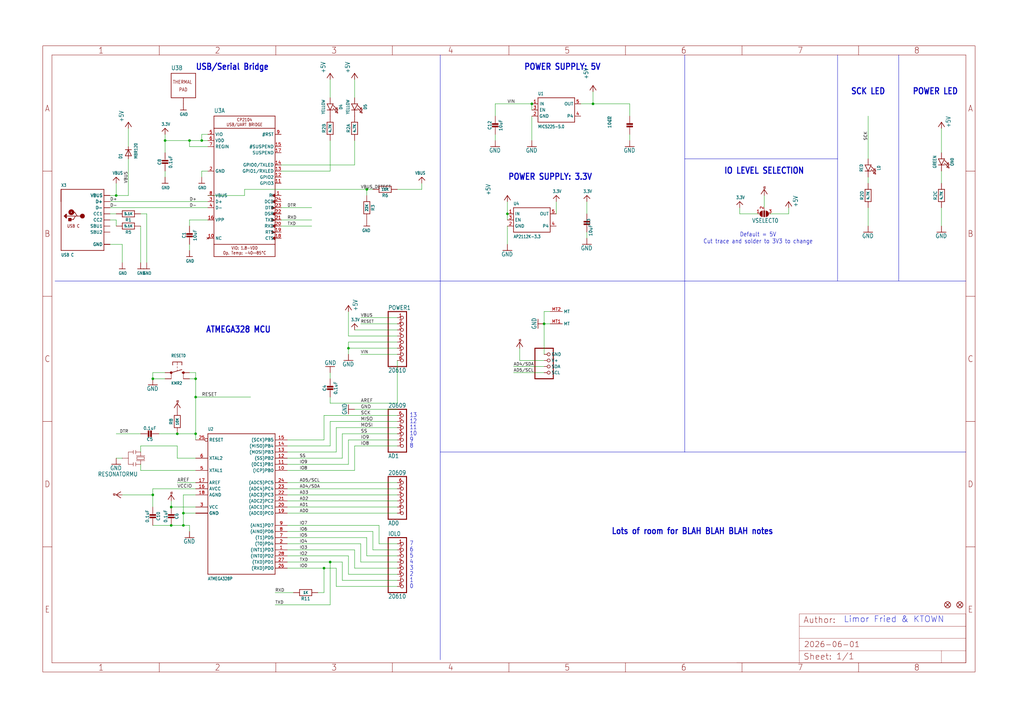
<source format=kicad_sch>
(kicad_sch (version 20230121) (generator eeschema)
  (paper "User" 425.45 298.602)
  (junction (at 144.78 144.78))
  (junction (at 210.82 88.9))
  (junction (at 220.98 43.18))
  (junction (at 81.28 165.1))
  (junction (at 152.4 78.74))
  (junction (at 71.12 218.44))
  (junction (at 76.2 213.36))
  (junction (at 76.2 218.44))
  (junction (at 226.06 134.62))
  (junction (at 78.74 58.42))
  (junction (at 83.82 58.42))
  (junction (at 71.12 210.82))
  (junction (at 81.28 157.48))
  (junction (at 63.5 157.48))
  (junction (at 137.16 233.68))
  (junction (at 73.66 180.34))
  (junction (at 134.62 236.22))
  (junction (at 63.5 205.74))
  (junction (at 81.28 180.34))
  (junction (at 246.38 43.18))
  (junction (at 48.26 81.28))
  (junction (at 68.58 58.42))
  (wire (pts (xy 144.78 142.24) (xy 144.78 144.78)) (stroke (width 0.1524)))
  (wire (pts (xy 205.74 43.18) (xy 205.74 48.26)) (stroke (width 0.1524)))
  (wire (pts (xy 53.34 53.34) (xy 53.34 60.96)) (stroke (width 0.1524)))
  (wire (pts (xy 134.62 172.72) (xy 165.1 172.72)) (stroke (width 0.1524)))
  (wire (pts (xy 81.28 200.66) (xy 73.66 200.66)) (stroke (width 0.1524)))
  (wire (pts (xy 152.4 231.14) (xy 165.1 231.14)) (stroke (width 0.1524)))
  (wire (pts (xy 119.38 182.88) (xy 134.62 182.88)) (stroke (width 0.1524)))
  (wire (pts (xy 165.1 213.36) (xy 119.38 213.36)) (stroke (width 0.1524)))
  (polyline (pts (xy 22.86 116.84) (xy 182.88 116.84)) (stroke (width 0.1524) (type solid)))
  (wire (pts (xy 68.58 58.42) (xy 68.58 55.88)) (stroke (width 0.1524)))
  (wire (pts (xy 63.5 154.94) (xy 63.5 157.48)) (stroke (width 0.1524)))
  (polyline (pts (xy 373.38 22.86) (xy 373.38 116.84)) (stroke (width 0.1524) (type solid)))
  (wire (pts (xy 261.62 43.18) (xy 261.62 48.26)) (stroke (width 0.1524)))
  (wire (pts (xy 165.1 170.18) (xy 147.32 170.18)) (stroke (width 0.1524)))
  (wire (pts (xy 391.16 76.2) (xy 391.16 71.12)) (stroke (width 0.1524)))
  (wire (pts (xy 165.1 177.8) (xy 139.7 177.8)) (stroke (width 0.1524)))
  (wire (pts (xy 149.86 233.68) (xy 149.86 226.06)) (stroke (width 0.1524)))
  (wire (pts (xy 81.28 205.74) (xy 76.2 205.74)) (stroke (width 0.1524)))
  (wire (pts (xy 137.16 185.42) (xy 119.38 185.42)) (stroke (width 0.1524)))
  (wire (pts (xy 152.4 223.52) (xy 152.4 231.14)) (stroke (width 0.1524)))
  (polyline (pts (xy 284.48 22.86) (xy 284.48 66.04)) (stroke (width 0.1524) (type solid)))
  (wire (pts (xy 317.5 81.28) (xy 317.5 86.36)) (stroke (width 0.1524)))
  (wire (pts (xy 63.5 205.74) (xy 63.5 203.2)) (stroke (width 0.1524)))
  (wire (pts (xy 48.26 81.28) (xy 48.26 76.2)) (stroke (width 0.1524)))
  (wire (pts (xy 53.34 66.04) (xy 53.34 81.28)) (stroke (width 0.1524)))
  (wire (pts (xy 45.72 81.28) (xy 48.26 81.28)) (stroke (width 0.1524)))
  (wire (pts (xy 139.7 243.84) (xy 139.7 236.22)) (stroke (width 0.1524)))
  (wire (pts (xy 119.38 228.6) (xy 147.32 228.6)) (stroke (width 0.1524)))
  (wire (pts (xy 45.72 83.82) (xy 86.36 83.82)) (stroke (width 0.1524)))
  (wire (pts (xy 76.2 218.44) (xy 71.12 218.44)) (stroke (width 0.1524)))
  (wire (pts (xy 119.38 223.52) (xy 152.4 223.52)) (stroke (width 0.1524)))
  (wire (pts (xy 327.66 86.36) (xy 327.66 88.9)) (stroke (width 0.1524)))
  (wire (pts (xy 307.34 86.36) (xy 307.34 88.9)) (stroke (width 0.1524)))
  (wire (pts (xy 81.28 157.48) (xy 81.28 165.1)) (stroke (width 0.1524)))
  (wire (pts (xy 86.36 58.42) (xy 83.82 58.42)) (stroke (width 0.1524)))
  (wire (pts (xy 165.1 132.08) (xy 149.86 132.08)) (stroke (width 0.1524)))
  (polyline (pts (xy 284.48 116.84) (xy 347.98 116.84)) (stroke (width 0.1524) (type solid)))
  (wire (pts (xy 144.78 231.14) (xy 119.38 231.14)) (stroke (width 0.1524)))
  (wire (pts (xy 149.86 147.32) (xy 165.1 147.32)) (stroke (width 0.1524)))
  (wire (pts (xy 78.74 157.48) (xy 81.28 157.48)) (stroke (width 0.1524)))
  (wire (pts (xy 165.1 228.6) (xy 154.94 228.6)) (stroke (width 0.1524)))
  (wire (pts (xy 53.34 81.28) (xy 48.26 81.28)) (stroke (width 0.1524)))
  (wire (pts (xy 83.82 58.42) (xy 78.74 58.42)) (stroke (width 0.1524)))
  (wire (pts (xy 50.8 190.5) (xy 48.26 190.5)) (stroke (width 0.1524)))
  (wire (pts (xy 142.24 241.3) (xy 165.1 241.3)) (stroke (width 0.1524)))
  (wire (pts (xy 165.1 144.78) (xy 144.78 144.78)) (stroke (width 0.1524)))
  (wire (pts (xy 226.06 149.86) (xy 215.9 149.86)) (stroke (width 0.1524)))
  (wire (pts (xy 81.28 203.2) (xy 63.5 203.2)) (stroke (width 0.1524)))
  (wire (pts (xy 78.74 60.96) (xy 78.74 58.42)) (stroke (width 0.1524)))
  (wire (pts (xy 116.84 68.58) (xy 147.32 68.58)) (stroke (width 0.1524)))
  (wire (pts (xy 68.58 157.48) (xy 63.5 157.48)) (stroke (width 0.1524)))
  (wire (pts (xy 205.74 43.18) (xy 220.98 43.18)) (stroke (width 0.1524)))
  (wire (pts (xy 137.16 251.46) (xy 137.16 233.68)) (stroke (width 0.1524)))
  (wire (pts (xy 81.28 154.94) (xy 81.28 157.48)) (stroke (width 0.1524)))
  (wire (pts (xy 139.7 177.8) (xy 139.7 187.96)) (stroke (width 0.1524)))
  (wire (pts (xy 205.74 55.88) (xy 205.74 58.42)) (stroke (width 0.1524)))
  (wire (pts (xy 45.72 91.44) (xy 48.26 91.44)) (stroke (width 0.1524)))
  (wire (pts (xy 78.74 101.6) (xy 78.74 104.14)) (stroke (width 0.1524)))
  (wire (pts (xy 142.24 233.68) (xy 142.24 241.3)) (stroke (width 0.1524)))
  (wire (pts (xy 58.42 93.98) (xy 58.42 109.22)) (stroke (width 0.1524)))
  (wire (pts (xy 360.68 66.04) (xy 360.68 48.26)) (stroke (width 0.1524)))
  (polyline (pts (xy 182.88 116.84) (xy 182.88 22.86)) (stroke (width 0.1524) (type solid)))
  (wire (pts (xy 165.1 167.64) (xy 165.1 149.86)) (stroke (width 0.1524)))
  (wire (pts (xy 129.54 93.98) (xy 116.84 93.98)) (stroke (width 0.1524)))
  (wire (pts (xy 137.16 58.42) (xy 137.16 71.12)) (stroke (width 0.1524)))
  (wire (pts (xy 119.38 233.68) (xy 137.16 233.68)) (stroke (width 0.1524)))
  (wire (pts (xy 327.66 88.9) (xy 320.04 88.9)) (stroke (width 0.1524)))
  (wire (pts (xy 50.8 109.22) (xy 50.8 101.6)) (stroke (width 0.1524)))
  (wire (pts (xy 147.32 40.64) (xy 147.32 33.02)) (stroke (width 0.1524)))
  (wire (pts (xy 165.1 208.28) (xy 119.38 208.28)) (stroke (width 0.1524)))
  (wire (pts (xy 246.38 43.18) (xy 261.62 43.18)) (stroke (width 0.1524)))
  (wire (pts (xy 147.32 195.58) (xy 147.32 185.42)) (stroke (width 0.1524)))
  (wire (pts (xy 360.68 76.2) (xy 360.68 73.66)) (stroke (width 0.1524)))
  (wire (pts (xy 81.28 195.58) (xy 58.42 195.58)) (stroke (width 0.1524)))
  (wire (pts (xy 58.42 88.9) (xy 60.96 88.9)) (stroke (width 0.1524)))
  (wire (pts (xy 83.82 55.88) (xy 83.82 58.42)) (stroke (width 0.1524)))
  (wire (pts (xy 210.82 88.9) (xy 210.82 83.82)) (stroke (width 0.1524)))
  (wire (pts (xy 78.74 91.44) (xy 78.74 93.98)) (stroke (width 0.1524)))
  (wire (pts (xy 78.74 218.44) (xy 78.74 220.98)) (stroke (width 0.1524)))
  (wire (pts (xy 157.48 218.44) (xy 157.48 226.06)) (stroke (width 0.1524)))
  (wire (pts (xy 246.38 38.1) (xy 246.38 43.18)) (stroke (width 0.1524)))
  (wire (pts (xy 73.66 180.34) (xy 81.28 180.34)) (stroke (width 0.1524)))
  (polyline (pts (xy 347.98 22.86) (xy 347.98 66.04)) (stroke (width 0.1524) (type solid)))
  (wire (pts (xy 68.58 58.42) (xy 68.58 63.5)) (stroke (width 0.1524)))
  (wire (pts (xy 81.28 210.82) (xy 71.12 210.82)) (stroke (width 0.1524)))
  (wire (pts (xy 66.04 180.34) (xy 73.66 180.34)) (stroke (width 0.1524)))
  (wire (pts (xy 86.36 81.28) (xy 101.6 81.28)) (stroke (width 0.1524)))
  (wire (pts (xy 134.62 246.38) (xy 134.62 236.22)) (stroke (width 0.1524)))
  (wire (pts (xy 45.72 86.36) (xy 86.36 86.36)) (stroke (width 0.1524)))
  (wire (pts (xy 137.16 157.48) (xy 137.16 154.94)) (stroke (width 0.1524)))
  (polyline (pts (xy 182.88 187.96) (xy 182.88 116.84)) (stroke (width 0.1524) (type solid)))
  (wire (pts (xy 307.34 88.9) (xy 314.96 88.9)) (stroke (width 0.1524)))
  (wire (pts (xy 68.58 154.94) (xy 63.5 154.94)) (stroke (width 0.1524)))
  (wire (pts (xy 165.1 137.16) (xy 147.32 137.16)) (stroke (width 0.1524)))
  (wire (pts (xy 116.84 71.12) (xy 137.16 71.12)) (stroke (width 0.1524)))
  (polyline (pts (xy 401.32 187.96) (xy 284.48 187.96)) (stroke (width 0.1524) (type solid)))
  (wire (pts (xy 144.78 129.54) (xy 144.78 139.7)) (stroke (width 0.1524)))
  (wire (pts (xy 114.3 251.46) (xy 137.16 251.46)) (stroke (width 0.1524)))
  (polyline (pts (xy 284.48 116.84) (xy 284.48 187.96)) (stroke (width 0.1524) (type solid)))
  (wire (pts (xy 147.32 185.42) (xy 165.1 185.42)) (stroke (width 0.1524)))
  (wire (pts (xy 101.6 78.74) (xy 152.4 78.74)) (stroke (width 0.1524)))
  (wire (pts (xy 226.06 152.4) (xy 213.36 152.4)) (stroke (width 0.1524)))
  (wire (pts (xy 134.62 236.22) (xy 119.38 236.22)) (stroke (width 0.1524)))
  (wire (pts (xy 71.12 218.44) (xy 63.5 218.44)) (stroke (width 0.1524)))
  (wire (pts (xy 157.48 226.06) (xy 165.1 226.06)) (stroke (width 0.1524)))
  (polyline (pts (xy 373.38 116.84) (xy 401.32 116.84)) (stroke (width 0.1524) (type solid)))
  (wire (pts (xy 210.82 101.6) (xy 210.82 93.98)) (stroke (width 0.1524)))
  (wire (pts (xy 165.1 182.88) (xy 144.78 182.88)) (stroke (width 0.1524)))
  (wire (pts (xy 165.1 238.76) (xy 144.78 238.76)) (stroke (width 0.1524)))
  (wire (pts (xy 134.62 246.38) (xy 132.08 246.38)) (stroke (width 0.1524)))
  (wire (pts (xy 228.6 129.54) (xy 226.06 129.54)) (stroke (width 0.1524)))
  (wire (pts (xy 78.74 154.94) (xy 81.28 154.94)) (stroke (width 0.1524)))
  (wire (pts (xy 165.1 167.64) (xy 137.16 167.64)) (stroke (width 0.1524)))
  (wire (pts (xy 81.28 182.88) (xy 81.28 180.34)) (stroke (width 0.1524)))
  (polyline (pts (xy 284.48 66.04) (xy 347.98 66.04)) (stroke (width 0.1524) (type solid)))
  (wire (pts (xy 144.78 193.04) (xy 119.38 193.04)) (stroke (width 0.1524)))
  (wire (pts (xy 165.1 233.68) (xy 149.86 233.68)) (stroke (width 0.1524)))
  (wire (pts (xy 165.1 139.7) (xy 144.78 139.7)) (stroke (width 0.1524)))
  (wire (pts (xy 76.2 218.44) (xy 76.2 213.36)) (stroke (width 0.1524)))
  (wire (pts (xy 119.38 190.5) (xy 142.24 190.5)) (stroke (width 0.1524)))
  (wire (pts (xy 210.82 91.44) (xy 210.82 88.9)) (stroke (width 0.1524)))
  (wire (pts (xy 48.26 180.34) (xy 58.42 180.34)) (stroke (width 0.1524)))
  (polyline (pts (xy 182.88 274.32) (xy 182.88 187.96)) (stroke (width 0.1524) (type solid)))
  (wire (pts (xy 119.38 218.44) (xy 157.48 218.44)) (stroke (width 0.1524)))
  (wire (pts (xy 48.26 91.44) (xy 48.26 93.98)) (stroke (width 0.1524)))
  (wire (pts (xy 154.94 228.6) (xy 154.94 220.98)) (stroke (width 0.1524)))
  (wire (pts (xy 165.1 78.74) (xy 175.26 78.74)) (stroke (width 0.1524)))
  (wire (pts (xy 241.3 43.18) (xy 246.38 43.18)) (stroke (width 0.1524)))
  (wire (pts (xy 86.36 55.88) (xy 83.82 55.88)) (stroke (width 0.1524)))
  (wire (pts (xy 134.62 182.88) (xy 134.62 172.72)) (stroke (width 0.1524)))
  (wire (pts (xy 243.84 96.52) (xy 243.84 99.06)) (stroke (width 0.1524)))
  (wire (pts (xy 137.16 33.02) (xy 137.16 40.64)) (stroke (width 0.1524)))
  (wire (pts (xy 73.66 185.42) (xy 73.66 190.5)) (stroke (width 0.1524)))
  (polyline (pts (xy 347.98 66.04) (xy 347.98 116.84)) (stroke (width 0.1524) (type solid)))
  (wire (pts (xy 226.06 147.32) (xy 226.06 134.62)) (stroke (width 0.1524)))
  (wire (pts (xy 165.1 142.24) (xy 144.78 142.24)) (stroke (width 0.1524)))
  (wire (pts (xy 152.4 78.74) (xy 152.4 81.28)) (stroke (width 0.1524)))
  (wire (pts (xy 243.84 83.82) (xy 243.84 88.9)) (stroke (width 0.1524)))
  (wire (pts (xy 60.96 88.9) (xy 60.96 109.22)) (stroke (width 0.1524)))
  (wire (pts (xy 220.98 48.26) (xy 220.98 58.42)) (stroke (width 0.1524)))
  (wire (pts (xy 76.2 205.74) (xy 76.2 213.36)) (stroke (width 0.1524)))
  (wire (pts (xy 147.32 68.58) (xy 147.32 58.42)) (stroke (width 0.1524)))
  (wire (pts (xy 83.82 71.12) (xy 83.82 73.66)) (stroke (width 0.1524)))
  (wire (pts (xy 147.32 236.22) (xy 165.1 236.22)) (stroke (width 0.1524)))
  (wire (pts (xy 114.3 246.38) (xy 121.92 246.38)) (stroke (width 0.1524)))
  (wire (pts (xy 137.16 185.42) (xy 137.16 175.26)) (stroke (width 0.1524)))
  (wire (pts (xy 142.24 180.34) (xy 165.1 180.34)) (stroke (width 0.1524)))
  (wire (pts (xy 119.38 210.82) (xy 165.1 210.82)) (stroke (width 0.1524)))
  (wire (pts (xy 220.98 45.72) (xy 220.98 43.18)) (stroke (width 0.1524)))
  (wire (pts (xy 116.84 86.36) (xy 129.54 86.36)) (stroke (width 0.1524)))
  (wire (pts (xy 226.06 129.54) (xy 226.06 134.62)) (stroke (width 0.1524)))
  (wire (pts (xy 119.38 200.66) (xy 165.1 200.66)) (stroke (width 0.1524)))
  (wire (pts (xy 231.14 83.82) (xy 231.14 88.9)) (stroke (width 0.1524)))
  (wire (pts (xy 142.24 190.5) (xy 142.24 180.34)) (stroke (width 0.1524)))
  (wire (pts (xy 58.42 195.58) (xy 58.42 193.04)) (stroke (width 0.1524)))
  (wire (pts (xy 226.06 134.62) (xy 228.6 134.62)) (stroke (width 0.1524)))
  (wire (pts (xy 86.36 91.44) (xy 78.74 91.44)) (stroke (width 0.1524)))
  (polyline (pts (xy 284.48 187.96) (xy 182.88 187.96)) (stroke (width 0.1524) (type solid)))
  (wire (pts (xy 165.1 203.2) (xy 119.38 203.2)) (stroke (width 0.1524)))
  (polyline (pts (xy 284.48 66.04) (xy 284.48 116.84)) (stroke (width 0.1524) (type solid)))
  (wire (pts (xy 137.16 175.26) (xy 165.1 175.26)) (stroke (width 0.1524)))
  (wire (pts (xy 175.26 78.74) (xy 175.26 76.2)) (stroke (width 0.1524)))
  (wire (pts (xy 63.5 210.82) (xy 63.5 205.74)) (stroke (width 0.1524)))
  (wire (pts (xy 391.16 86.36) (xy 391.16 93.98)) (stroke (width 0.1524)))
  (wire (pts (xy 116.84 91.44) (xy 129.54 91.44)) (stroke (width 0.1524)))
  (wire (pts (xy 119.38 205.74) (xy 165.1 205.74)) (stroke (width 0.1524)))
  (wire (pts (xy 226.06 154.94) (xy 213.36 154.94)) (stroke (width 0.1524)))
  (wire (pts (xy 78.74 58.42) (xy 68.58 58.42)) (stroke (width 0.1524)))
  (wire (pts (xy 144.78 238.76) (xy 144.78 231.14)) (stroke (width 0.1524)))
  (wire (pts (xy 68.58 71.12) (xy 68.58 73.66)) (stroke (width 0.1524)))
  (wire (pts (xy 149.86 226.06) (xy 119.38 226.06)) (stroke (width 0.1524)))
  (wire (pts (xy 76.2 213.36) (xy 81.28 213.36)) (stroke (width 0.1524)))
  (wire (pts (xy 261.62 55.88) (xy 261.62 58.42)) (stroke (width 0.1524)))
  (wire (pts (xy 152.4 78.74) (xy 154.94 78.74)) (stroke (width 0.1524)))
  (wire (pts (xy 81.28 180.34) (xy 81.28 165.1)) (stroke (width 0.1524)))
  (wire (pts (xy 58.42 187.96) (xy 58.42 185.42)) (stroke (width 0.1524)))
  (polyline (pts (xy 284.48 116.84) (xy 182.88 116.84)) (stroke (width 0.1524) (type solid)))
  (polyline (pts (xy 347.98 116.84) (xy 373.38 116.84)) (stroke (width 0.1524) (type solid)))
  (wire (pts (xy 139.7 236.22) (xy 134.62 236.22)) (stroke (width 0.1524)))
  (wire (pts (xy 119.38 195.58) (xy 147.32 195.58)) (stroke (width 0.1524)))
  (wire (pts (xy 71.12 210.82) (xy 71.12 208.28)) (stroke (width 0.1524)))
  (wire (pts (xy 139.7 187.96) (xy 119.38 187.96)) (stroke (width 0.1524)))
  (wire (pts (xy 45.72 88.9) (xy 48.26 88.9)) (stroke (width 0.1524)))
  (wire (pts (xy 58.42 185.42) (xy 73.66 185.42)) (stroke (width 0.1524)))
  (wire (pts (xy 144.78 182.88) (xy 144.78 193.04)) (stroke (width 0.1524)))
  (wire (pts (xy 73.66 190.5) (xy 81.28 190.5)) (stroke (width 0.1524)))
  (wire (pts (xy 86.36 60.96) (xy 78.74 60.96)) (stroke (width 0.1524)))
  (wire (pts (xy 215.9 149.86) (xy 215.9 144.78)) (stroke (width 0.1524)))
  (wire (pts (xy 147.32 228.6) (xy 147.32 236.22)) (stroke (width 0.1524)))
  (wire (pts (xy 154.94 220.98) (xy 119.38 220.98)) (stroke (width 0.1524)))
  (wire (pts (xy 165.1 243.84) (xy 139.7 243.84)) (stroke (width 0.1524)))
  (wire (pts (xy 86.36 71.12) (xy 83.82 71.12)) (stroke (width 0.1524)))
  (wire (pts (xy 101.6 81.28) (xy 101.6 78.74)) (stroke (width 0.1524)))
  (wire (pts (xy 144.78 144.78) (xy 144.78 147.32)) (stroke (width 0.1524)))
  (wire (pts (xy 149.86 134.62) (xy 165.1 134.62)) (stroke (width 0.1524)))
  (wire (pts (xy 104.14 165.1) (xy 81.28 165.1)) (stroke (width 0.1524)))
  (wire (pts (xy 50.8 205.74) (xy 63.5 205.74)) (stroke (width 0.1524)))
  (wire (pts (xy 137.16 165.1) (xy 137.16 167.64)) (stroke (width 0.1524)))
  (wire (pts (xy 391.16 53.34) (xy 391.16 63.5)) (stroke (width 0.1524)))
  (wire (pts (xy 76.2 218.44) (xy 78.74 218.44)) (stroke (width 0.1524)))
  (wire (pts (xy 360.68 93.98) (xy 360.68 86.36)) (stroke (width 0.1524)))
  (wire (pts (xy 137.16 233.68) (xy 142.24 233.68)) (stroke (width 0.1524)))
  (wire (pts (xy 50.8 101.6) (xy 45.72 101.6)) (stroke (width 0.1524)))
  (text "13" (at 170.18 172.72 0) (effects (font (size 1.778 1.5113)) (justify left)))
  (text "11" (at 170.18 177.8 0) (effects (font (size 1.778 1.5113)) (justify left)))
  (text "ATMEGA328 MCU" (at 99.06 137.16 0) (effects (font (size 2.54 2.159) (thickness 0.4318) bold)))
  (text "USB/Serial Bridge" (at 96.52 27.94 0) (effects (font (size 2.54 2.159) (thickness 0.4318) bold)))
  (text "Limor Fried & KTOWN" (at 350.52 259.08 0) (effects (font (size 2.54 2.54)) (justify left bottom)))
  (text "2" (at 170.18 238.76 0) (effects (font (size 1.778 1.5113)) (justify left)))
  (text "POWER LED" (at 388.62 38.1 0) (effects (font (size 2.54 2.159) (thickness 0.4318) bold)))
  (text "IO LEVEL SELECTION" (at 317.5 71.12 0) (effects (font (size 2.54 2.159) (thickness 0.4318) bold)))
  (text "Lots of room for BLAH BLAH BLAH notes" (at 254 220.98 0) (effects (font (size 2.54 2.159) (thickness 0.4318) bold) (justify left)))
  (text "7" (at 170.18 226.06 0) (effects (font (size 1.778 1.5113)) (justify left)))
  (text "8" (at 170.18 185.42 0) (effects (font (size 1.778 1.5113)) (justify left)))
  (text "10" (at 170.18 180.34 0) (effects (font (size 1.778 1.5113)) (justify left)))
  (text "6" (at 170.18 228.6 0) (effects (font (size 1.778 1.5113)) (justify left)))
  (text "12" (at 170.18 175.26 0) (effects (font (size 1.778 1.5113)) (justify left)))
  (text "4" (at 170.18 233.68 0) (effects (font (size 1.778 1.5113)) (justify left)))
  (text "9" (at 170.18 182.88 0) (effects (font (size 1.778 1.5113)) (justify left)))
  (text "SCK LED" (at 360.68 38.1 0) (effects (font (size 2.54 2.159) (thickness 0.4318) bold)))
  (text "1" (at 170.18 241.3 0) (effects (font (size 1.778 1.5113)) (justify left)))
  (text "3" (at 170.18 236.22 0) (effects (font (size 1.778 1.5113)) (justify left)))
  (text "POWER SUPPLY: 5V" (at 233.68 27.94 0) (effects (font (size 2.54 2.159) (thickness 0.4318) bold)))
  (text "0" (at 170.18 243.84 0) (effects (font (size 1.778 1.5113)) (justify left)))
  (text "5" (at 170.18 231.14 0) (effects (font (size 1.778 1.5113)) (justify left)))
  (text "POWER SUPPLY: 3.3V" (at 228.6 73.66 0) (effects (font (size 2.54 2.159) (thickness 0.4318) bold)))
  (text "Default = 5V\nCut trace and solder to 3V3 to change" (at 314.96 99.06 0) (effects (font (size 1.778 1.5113))))
  (label "AD3" (at 124.46 205.74 0) (effects (font (size 1.2446 1.2446))))
  (label "IO3" (at 124.46 228.6 0) (effects (font (size 1.2446 1.2446))))
  (label "DTR" (at 119.38 86.36 0) (effects (font (size 1.2446 1.2446))))
  (label "SS" (at 149.86 180.34 0) (effects (font (size 1.3513 1.3513))))
  (label "TXD" (at 114.3 251.46 0) (effects (font (size 1.2446 1.2446))))
  (label "VBUS" (at 53.34 76.2 90) (effects (font (size 1.2446 1.2446))))
  (label "MOSI" (at 149.86 177.8 0) (effects (font (size 1.3513 1.3513))))
  (label "TXD" (at 124.46 233.68 0) (effects (font (size 1.2446 1.2446))))
  (label "RESET" (at 149.86 134.62 0) (effects (font (size 1.1735 1.1735))))
  (label "GND" (at 149.86 170.18 0) (effects (font (size 1.3513 1.3513))))
  (label "IO4" (at 124.46 226.06 0) (effects (font (size 1.2446 1.2446))))
  (label "AD5/SCL" (at 124.46 200.66 0) (effects (font (size 1.2446 1.2446))))
  (label "IO8" (at 124.46 195.58 0) (effects (font (size 1.2446 1.2446))))
  (label "AD1" (at 124.46 210.82 0) (effects (font (size 1.2446 1.2446))))
  (label "D-" (at 45.72 86.36 0) (effects (font (size 1.2446 1.2446))))
  (label "IO9" (at 149.86 182.88 0) (effects (font (size 1.3513 1.3513))))
  (label "VIN" (at 210.82 43.18 0) (effects (font (size 1.2446 1.2446))))
  (label "RXD" (at 114.3 246.38 0) (effects (font (size 1.2446 1.2446))))
  (label "MISO" (at 149.86 175.26 0) (effects (font (size 1.3513 1.3513))))
  (label "AD4/SDA" (at 213.36 152.4 0) (effects (font (size 1.2446 1.2446))))
  (label "AD5/SCL" (at 213.36 154.94 0) (effects (font (size 1.2446 1.2446))))
  (label "AD2" (at 124.46 208.28 0) (effects (font (size 1.2446 1.2446))))
  (label "AD4/SDA" (at 124.46 203.2 0) (effects (font (size 1.2446 1.2446))))
  (label "D+" (at 78.74 83.82 0) (effects (font (size 1.2446 1.2446))))
  (label "IO5" (at 124.46 223.52 0) (effects (font (size 1.2446 1.2446))))
  (label "IO2" (at 124.46 231.14 0) (effects (font (size 1.2446 1.2446))))
  (label "D+" (at 45.72 83.82 0) (effects (font (size 1.2446 1.2446))))
  (label "VBUS_DETECT" (at 149.86 78.74 0) (effects (font (size 1.2446 1.2446))))
  (label "SCK" (at 149.86 172.72 0) (effects (font (size 1.3513 1.3513))))
  (label "VIN" (at 149.86 147.32 0) (effects (font (size 1.2446 1.2446))))
  (label "D-" (at 78.74 86.36 0) (effects (font (size 1.2446 1.2446))))
  (label "SS" (at 124.46 190.5 0) (effects (font (size 1.2446 1.2446))))
  (label "VCCIO" (at 73.66 203.2 0) (effects (font (size 1.3513 1.3513))))
  (label "RESET" (at 83.82 165.1 0) (effects (font (size 1.3513 1.3513))))
  (label "IO8" (at 149.86 185.42 0) (effects (font (size 1.3513 1.3513))))
  (label "IO9" (at 124.46 193.04 0) (effects (font (size 1.2446 1.2446))))
  (label "DTR" (at 53.34 180.34 180) (effects (font (size 1.2446 1.2446))))
  (label "IO0" (at 124.46 236.22 0) (effects (font (size 1.2446 1.2446))))
  (label "AD0" (at 124.46 213.36 0) (effects (font (size 1.2446 1.2446))))
  (label "IO7" (at 124.46 218.44 0) (effects (font (size 1.2446 1.2446))))
  (label "AREF" (at 73.66 200.66 0) (effects (font (size 1.3513 1.3513))))
  (label "RXD" (at 119.38 91.44 0) (effects (font (size 1.2446 1.2446))))
  (label "IO6" (at 124.46 220.98 0) (effects (font (size 1.2446 1.2446))))
  (label "SCK" (at 360.68 58.42 90) (effects (font (size 1.2446 1.2446))))
  (label "AREF" (at 149.86 167.64 0) (effects (font (size 1.3513 1.3513))))
  (label "VBUS" (at 149.86 132.08 0) (effects (font (size 1.2446 1.2446))))
  (label "TXD" (at 119.38 93.98 0) (effects (font (size 1.2446 1.2446))))
  (symbol (lib_id "working-eagle-import:3.3V") (at 243.84 81.28 0) (unit 1)
    (property "Reference" "#U$2" (effects hide))
    (property "Value" "3.3V" (at 242.316 80.264 0) (effects (font (size 1.27 1.0795)) (justify left bottom)))
  )
  (symbol (lib_id "working-eagle-import:LED0603_NOOUTLINE") (at 137.16 45.72 270) (unit 1)
    (property "Reference" "D4" (at 141.605 44.45 0) (effects (font (size 1.27 1.0795))))
    (property "Value" "YELLOW" (at 134.366 44.45 0) (effects (font (size 1.27 1.0795))))
    (property "Footprint" "working:CHIPLED_0603_NOOUTLINE" (effects hide))
  )
  (symbol (lib_id "working-eagle-import:USB_C") (at 35.56 91.44 0) (unit 1)
    (property "Reference" "X3" (at 25.4 77.724 0) (effects (font (size 1.27 1.0795)) (justify left bottom)))
    (property "Value" "USB C" (at 25.4 106.68 0) (effects (font (size 1.27 1.0795)) (justify left bottom)))
    (property "Footprint" "working:USB_C_CUSB31-CFM2AX-01-X" (effects hide))
  )
  (symbol (lib_id "working-eagle-import:GND") (at 63.5 160.02 0) (unit 1)
    (property "Reference" "#GND12" (effects hide))
    (property "Value" "GND" (at 60.96 162.56 0) (effects (font (size 1.778 1.5113)) (justify left bottom)))
  )
  (symbol (lib_id "working-eagle-import:RESISTOR_0603_NOOUT") (at 127 246.38 180) (unit 1)
    (property "Reference" "R11" (at 127 248.92 0))
    (property "Value" "1K" (at 127 246.38 0) (effects (font (size 1.016 1.016) bold)))
    (property "Footprint" "working:0603-NO" (effects hide))
  )
  (symbol (lib_id "working-eagle-import:GND") (at 220.98 60.96 0) (unit 1)
    (property "Reference" "#GND11" (effects hide))
    (property "Value" "GND" (at 218.44 63.5 0) (effects (font (size 1.778 1.5113)) (justify left bottom)))
  )
  (symbol (lib_id "working-eagle-import:GND") (at 210.82 104.14 0) (unit 1)
    (property "Reference" "#GND1" (effects hide))
    (property "Value" "GND" (at 208.28 106.68 0) (effects (font (size 1.778 1.5113)) (justify left bottom)))
  )
  (symbol (lib_id "working-eagle-import:FIDUCIAL_1MM") (at 398.78 251.46 0) (unit 1)
    (property "Reference" "FD2" (effects hide))
    (property "Value" "FIDUCIAL_1MM" (effects hide))
    (property "Footprint" "working:FIDUCIAL_1MM" (effects hide))
  )
  (symbol (lib_id "working-eagle-import:+5V") (at 246.38 35.56 0) (unit 1)
    (property "Reference" "#P+14" (effects hide))
    (property "Value" "+5V" (at 244.475 33.02 90) (effects (font (size 1.778 1.5113)) (justify left bottom)))
  )
  (symbol (lib_id "working-eagle-import:microbuilder_GND") (at 152.4 93.98 0) (mirror y) (unit 1)
    (property "Reference" "#U$11" (effects hide))
    (property "Value" "GND" (at 153.924 96.52 0) (effects (font (size 1.27 1.0795)) (justify left bottom)))
  )
  (symbol (lib_id "working-eagle-import:FIDUCIAL_1MM") (at 393.7 251.46 0) (unit 1)
    (property "Reference" "FD1" (effects hide))
    (property "Value" "FIDUCIAL_1MM" (effects hide))
    (property "Footprint" "working:FIDUCIAL_1MM" (effects hide))
  )
  (symbol (lib_id "working-eagle-import:CAP_CERAMIC0603_NO") (at 71.12 213.36 180) (unit 1)
    (property "Reference" "C6" (at 73.41 214.61 90))
    (property "Value" "0.1uF" (at 68.82 214.61 90))
    (property "Footprint" "working:0603-NO" (effects hide))
  )
  (symbol (lib_id "working-eagle-import:RESONATORMU") (at 58.42 190.5 0) (unit 1)
    (property "Reference" "Y2" (effects hide))
    (property "Value" "RESONATORMU" (at 40.64 198.12 0) (effects (font (size 1.778 1.5113)) (justify left bottom)))
    (property "Footprint" "working:RESONATOR" (effects hide))
  )
  (symbol (lib_id "working-eagle-import:microbuilder_GND") (at 58.42 111.76 0) (unit 1)
    (property "Reference" "#U$13" (effects hide))
    (property "Value" "GND" (at 56.896 114.3 0) (effects (font (size 1.27 1.0795)) (justify left bottom)))
  )
  (symbol (lib_id "working-eagle-import:STEMMA_I2C_QT") (at 228.6 129.54 0) (unit 3)
    (property "Reference" "CONN1" (effects hide))
    (property "Value" "STEMMA_I2C_QT" (effects hide))
    (property "Footprint" "working:JST_SH4" (effects hide))
  )
  (symbol (lib_id "working-eagle-import:3.3V") (at 68.58 53.34 0) (unit 1)
    (property "Reference" "#U$1" (effects hide))
    (property "Value" "3.3V" (at 67.056 52.324 0) (effects (font (size 1.27 1.0795)) (justify left bottom)))
  )
  (symbol (lib_id "working-eagle-import:+5V") (at 391.16 50.8 0) (unit 1)
    (property "Reference" "#P+5" (effects hide))
    (property "Value" "+5V" (at 393.065 48.26 90) (effects (font (size 1.778 1.5113)) (justify right top)))
  )
  (symbol (lib_id "working-eagle-import:RESISTOR_0603_NOOUT") (at 152.4 86.36 270) (mirror x) (unit 1)
    (property "Reference" "R3" (at 154.94 86.36 0))
    (property "Value" "22K" (at 152.4 86.36 0) (effects (font (size 1.016 1.016) bold)))
    (property "Footprint" "working:0603-NO" (effects hide))
  )
  (symbol (lib_id "working-eagle-import:LED0603_NOOUTLINE") (at 147.32 45.72 270) (unit 1)
    (property "Reference" "D5" (at 151.765 44.45 0) (effects (font (size 1.27 1.0795))))
    (property "Value" "YELLOW" (at 144.526 44.45 0) (effects (font (size 1.27 1.0795))))
    (property "Footprint" "working:CHIPLED_0603_NOOUTLINE" (effects hide))
  )
  (symbol (lib_id "working-eagle-import:RESISTOR_0603_NOOUT") (at 160.02 78.74 0) (mirror x) (unit 1)
    (property "Reference" "R6" (at 160.02 81.28 0))
    (property "Value" "10K" (at 160.02 78.74 0) (effects (font (size 1.016 1.016) bold)))
    (property "Footprint" "working:0603-NO" (effects hide))
  )
  (symbol (lib_id "working-eagle-import:microbuilder_GND") (at 78.74 106.68 0) (unit 1)
    (property "Reference" "#U$16" (effects hide))
    (property "Value" "GND" (at 77.216 109.22 0) (effects (font (size 1.27 1.0795)) (justify left bottom)))
  )
  (symbol (lib_id "working-eagle-import:CAP_CERAMIC0603_NO") (at 137.16 162.56 0) (unit 1)
    (property "Reference" "C4" (at 134.87 161.31 90))
    (property "Value" "0.1uF" (at 139.46 161.31 90))
    (property "Footprint" "working:0603-NO" (effects hide))
  )
  (symbol (lib_id "working-eagle-import:CAP_CERAMIC0603_NO") (at 63.5 180.34 90) (unit 1)
    (property "Reference" "C5" (at 62.25 182.63 90))
    (property "Value" "0.1uF" (at 62.25 178.04 90))
    (property "Footprint" "working:0603-NO" (effects hide))
  )
  (symbol (lib_id "working-eagle-import:adafruit_power_VBUS") (at 48.26 73.66 0) (unit 1)
    (property "Reference" "#U$28" (effects hide))
    (property "Value" "VBUS" (at 46.736 72.644 0) (effects (font (size 1.27 1.0795)) (justify left bottom)))
  )
  (symbol (lib_id "working-eagle-import:VCCIO") (at 73.66 167.64 0) (unit 1)
    (property "Reference" "#VCC2" (effects hide))
    (property "Value" "VCCIO" (effects hide))
  )
  (symbol (lib_id "working-eagle-import:GND") (at 48.26 193.04 0) (unit 1)
    (property "Reference" "#GND3" (effects hide))
    (property "Value" "GND" (at 45.72 195.58 0) (effects (font (size 1.778 1.5113)) (justify left bottom)))
  )
  (symbol (lib_id "working-eagle-import:RESISTOR_4PACK") (at 391.16 81.28 90) (unit 3)
    (property "Reference" "R2" (at 388.62 81.28 0))
    (property "Value" "4.7K" (at 391.16 81.28 0) (effects (font (size 1.016 1.016) bold)))
    (property "Footprint" "working:RESPACK_4X0603" (effects hide))
  )
  (symbol (lib_id "working-eagle-import:RESISTOR_0603_NOOUT") (at 53.34 93.98 180) (unit 1)
    (property "Reference" "R5" (at 53.34 96.52 0))
    (property "Value" "5.1K" (at 53.34 93.98 0) (effects (font (size 1.016 1.016) bold)))
    (property "Footprint" "working:0603-NO" (effects hide))
  )
  (symbol (lib_id "working-eagle-import:A3L-LOC-MOD") (at 17.78 279.4 0) (unit 1)
    (property "Reference" "#FRAME1" (effects hide))
    (property "Value" "A3L-LOC-MOD" (effects hide))
  )
  (symbol (lib_id "working-eagle-import:GND") (at 144.78 170.18 270) (unit 1)
    (property "Reference" "#GND6" (effects hide))
    (property "Value" "GND" (at 142.24 167.64 0) (effects (font (size 1.778 1.5113)) (justify left bottom)))
  )
  (symbol (lib_id "working-eagle-import:GND") (at 144.78 149.86 0) (unit 1)
    (property "Reference" "#GND5" (effects hide))
    (property "Value" "GND" (at 142.24 152.4 0) (effects (font (size 1.778 1.5113)) (justify left bottom)))
  )
  (symbol (lib_id "working-eagle-import:CAP_CERAMIC0805-NOOUTLINE") (at 205.74 53.34 0) (unit 1)
    (property "Reference" "C12" (at 203.45 52.09 90))
    (property "Value" "10uF" (at 208.04 52.09 90))
    (property "Footprint" "working:0805-NO" (effects hide))
  )
  (symbol (lib_id "working-eagle-import:STEMMA_I2C_QT") (at 226.06 152.4 0) (unit 1)
    (property "Reference" "CONN1" (effects hide))
    (property "Value" "STEMMA_I2C_QT" (effects hide))
    (property "Footprint" "working:JST_SH4" (effects hide))
  )
  (symbol (lib_id "working-eagle-import:GND") (at 137.16 152.4 180) (unit 1)
    (property "Reference" "#GND13" (effects hide))
    (property "Value" "GND" (at 139.7 149.86 0) (effects (font (size 1.778 1.5113)) (justify left bottom)))
  )
  (symbol (lib_id "working-eagle-import:+5V") (at 210.82 81.28 0) (unit 1)
    (property "Reference" "#P+3" (effects hide))
    (property "Value" "+5V" (at 203.835 81.28 90) (effects (font (size 1.778 1.5113)) (justify left bottom)))
  )
  (symbol (lib_id "working-eagle-import:RESISTOR_0603_NOOUT") (at 73.66 175.26 90) (unit 1)
    (property "Reference" "R8" (at 71.12 175.26 0))
    (property "Value" "10K" (at 73.66 175.26 0) (effects (font (size 1.016 1.016) bold)))
    (property "Footprint" "working:0603-NO" (effects hide))
  )
  (symbol (lib_id "working-eagle-import:CP2104") (at 101.6 76.2 0) (unit 1)
    (property "Reference" "U3" (at 88.9 46.99 0) (effects (font (size 1.778 1.5113)) (justify left bottom)))
    (property "Value" "CP210x" (effects hide))
    (property "Footprint" "working:QFN24_4MM_SMSC" (effects hide))
  )
  (symbol (lib_id "working-eagle-import:CAP_CERAMIC0603_NO") (at 63.5 213.36 180) (unit 1)
    (property "Reference" "C10" (at 65.79 214.61 90))
    (property "Value" "0.1uF" (at 61.2 214.61 90))
    (property "Footprint" "working:0603-NO" (effects hide))
  )
  (symbol (lib_id "working-eagle-import:CAP_CERAMIC0805-NOOUTLINE") (at 243.84 91.44 0) (mirror x) (unit 1)
    (property "Reference" "C3" (at 245.237 90.805 90) (effects (justify left bottom)))
    (property "Value" "10uF" (at 246.126 93.345 90) (effects (justify left bottom)))
    (property "Footprint" "working:0805-NO" (effects hide))
  )
  (symbol (lib_id "working-eagle-import:microbuilder_GND") (at 83.82 76.2 0) (unit 1)
    (property "Reference" "#U$15" (effects hide))
    (property "Value" "GND" (at 82.296 78.74 0) (effects (font (size 1.27 1.0795)) (justify left bottom)))
  )
  (symbol (lib_id "working-eagle-import:VREG_SOT23-5") (at 220.98 91.44 0) (unit 1)
    (property "Reference" "U4" (at 213.36 85.344 0) (effects (font (size 1.27 1.0795)) (justify left bottom)))
    (property "Value" "AP2112K-3.3" (at 213.36 99.06 0) (effects (font (size 1.27 1.0795)) (justify left bottom)))
    (property "Footprint" "working:SOT23-5" (effects hide))
  )
  (symbol (lib_id "working-eagle-import:RESISTOR_0603_NOOUT") (at 53.34 88.9 180) (unit 1)
    (property "Reference" "R1" (at 53.34 91.44 0))
    (property "Value" "5.1K" (at 53.34 88.9 0) (effects (font (size 1.016 1.016) bold)))
    (property "Footprint" "working:0603-NO" (effects hide))
  )
  (symbol (lib_id "working-eagle-import:LED0603_NOOUTLINE") (at 360.68 71.12 270) (unit 1)
    (property "Reference" "L0" (at 365.125 69.85 0) (effects (font (size 1.27 1.0795))))
    (property "Value" "RED" (at 357.886 69.85 0) (effects (font (size 1.27 1.0795))))
    (property "Footprint" "working:CHIPLED_0603_NOOUTLINE" (effects hide))
  )
  (symbol (lib_id "working-eagle-import:HEADER-1X6ROUND") (at 167.64 177.8 0) (mirror x) (unit 1)
    (property "Reference" "AD1" (at 161.29 188.595 0) (effects (font (size 1.778 1.5113)) (justify left bottom)))
    (property "Value" "20609" (at 161.29 167.64 0) (effects (font (size 1.778 1.5113)) (justify left bottom)))
    (property "Footprint" "working:1X06_ROUND" (effects hide))
  )
  (symbol (lib_id "working-eagle-import:GND") (at 391.16 96.52 0) (unit 1)
    (property "Reference" "#GND14" (effects hide))
    (property "Value" "GND" (at 388.62 99.06 0) (effects (font (size 1.778 1.5113)) (justify left bottom)))
  )
  (symbol (lib_id "working-eagle-import:VBUS") (at 175.26 73.66 0) (mirror y) (unit 1)
    (property "Reference" "#U$25" (effects hide))
    (property "Value" "VBUS" (at 176.784 72.644 0) (effects (font (size 1.27 1.0795)) (justify left bottom)))
  )
  (symbol (lib_id "working-eagle-import:3.3V") (at 231.14 81.28 0) (unit 1)
    (property "Reference" "#U$3" (effects hide))
    (property "Value" "3.3V" (at 229.616 80.264 0) (effects (font (size 1.27 1.0795)) (justify left bottom)))
  )
  (symbol (lib_id "working-eagle-import:GND") (at 360.68 96.52 0) (unit 1)
    (property "Reference" "#GND17" (effects hide))
    (property "Value" "GND" (at 358.14 99.06 0) (effects (font (size 1.778 1.5113)) (justify left bottom)))
  )
  (symbol (lib_id "working-eagle-import:+5V") (at 137.16 30.48 0) (unit 1)
    (property "Reference" "#P+7" (effects hide))
    (property "Value" "+5V" (at 135.255 30.48 90) (effects (font (size 1.778 1.5113)) (justify left bottom)))
  )
  (symbol (lib_id "working-eagle-import:CAP_CERAMIC0805-NOOUTLINE") (at 261.62 50.8 180) (unit 1)
    (property "Reference" "C2" (at 254 50.8 90) (effects (justify right top)))
    (property "Value" "10uF" (at 254 53.34 90) (effects (justify right top)))
    (property "Footprint" "working:0805-NO" (effects hide))
  )
  (symbol (lib_id "working-eagle-import:VCCIO") (at 48.26 205.74 90) (unit 1)
    (property "Reference" "#VCC1" (effects hide))
    (property "Value" "VCCIO" (effects hide))
  )
  (symbol (lib_id "working-eagle-import:CAP_CERAMIC0805-NOOUTLINE") (at 78.74 99.06 0) (unit 1)
    (property "Reference" "C1" (at 76.45 97.81 90))
    (property "Value" "10uF" (at 81.04 97.81 90))
    (property "Footprint" "working:0805-NO" (effects hide))
  )
  (symbol (lib_id "working-eagle-import:CP2104") (at 76.2 35.56 0) (unit 2)
    (property "Reference" "U3" (at 71.12 29.21 0) (effects (font (size 1.778 1.5113)) (justify left bottom)))
    (property "Value" "CP210x" (effects hide))
    (property "Footprint" "working:QFN24_4MM_SMSC" (effects hide))
  )
  (symbol (lib_id "working-eagle-import:microbuilder_GND") (at 50.8 111.76 0) (unit 1)
    (property "Reference" "#U$23" (effects hide))
    (property "Value" "GND" (at 49.276 114.3 0) (effects (font (size 1.27 1.0795)) (justify left bottom)))
  )
  (symbol (lib_id "working-eagle-import:SWITCH_TACT_SMT4.6X2.8") (at 73.66 154.94 0) (unit 1)
    (property "Reference" "RESET0" (at 71.12 148.59 0) (effects (font (size 1.27 1.0795)) (justify left bottom)))
    (property "Value" "KMR2" (at 71.12 160.02 0) (effects (font (size 1.27 1.0795)) (justify left bottom)))
    (property "Footprint" "working:BTN_KMR2_4.6X2.8" (effects hide))
  )
  (symbol (lib_id "working-eagle-import:GND") (at 243.84 101.6 0) (unit 1)
    (property "Reference" "#GND21" (effects hide))
    (property "Value" "GND" (at 241.3 104.14 0) (effects (font (size 1.778 1.5113)) (justify left bottom)))
  )
  (symbol (lib_id "working-eagle-import:VCCIO") (at 317.5 78.74 0) (unit 1)
    (property "Reference" "#VCC5" (effects hide))
    (property "Value" "VCCIO" (effects hide))
  )
  (symbol (lib_id "working-eagle-import:GND") (at 78.74 223.52 0) (unit 1)
    (property "Reference" "#GND2" (effects hide))
    (property "Value" "GND" (at 76.2 226.06 0) (effects (font (size 1.778 1.5113)) (justify left bottom)))
  )
  (symbol (lib_id "working-eagle-import:VCCIO") (at 215.9 142.24 0) (unit 1)
    (property "Reference" "#VCC3" (effects hide))
    (property "Value" "VCCIO" (effects hide))
  )
  (symbol (lib_id "working-eagle-import:RESISTOR_4PACK") (at 137.16 53.34 90) (unit 2)
    (property "Reference" "R2" (at 134.62 53.34 0))
    (property "Value" "4.7K" (at 137.16 53.34 0) (effects (font (size 1.016 1.016) bold)))
    (property "Footprint" "working:RESPACK_4X0603" (effects hide))
  )
  (symbol (lib_id "working-eagle-import:HEADER-1X8ROUND") (at 167.64 236.22 0) (unit 1)
    (property "Reference" "IOL0" (at 161.29 222.885 0) (effects (font (size 1.778 1.5113)) (justify left bottom)))
    (property "Value" "20610" (at 161.29 248.92 0) (effects (font (size 1.778 1.5113)) (justify left bottom)))
    (property "Footprint" "working:1X08_ROUND" (effects hide))
  )
  (symbol (lib_id "working-eagle-import:CAP_CERAMIC0603_NO") (at 68.58 68.58 0) (unit 1)
    (property "Reference" "C8" (at 66.29 67.33 90))
    (property "Value" "0.1uF" (at 70.88 67.33 90))
    (property "Footprint" "working:0603-NO" (effects hide))
  )
  (symbol (lib_id "working-eagle-import:RESISTOR_4PACK") (at 147.32 53.34 90) (unit 1)
    (property "Reference" "R2" (at 144.78 53.34 0))
    (property "Value" "4.7K" (at 147.32 53.34 0) (effects (font (size 1.016 1.016) bold)))
    (property "Footprint" "working:RESPACK_4X0603" (effects hide))
  )
  (symbol (lib_id "working-eagle-import:HEADER-1X6ROUND") (at 167.64 205.74 0) (mirror x) (unit 1)
    (property "Reference" "AD0" (at 161.29 216.535 0) (effects (font (size 1.778 1.5113)) (justify left bottom)))
    (property "Value" "20609" (at 161.29 195.58 0) (effects (font (size 1.778 1.5113)) (justify left bottom)))
    (property "Footprint" "working:1X06_ROUND" (effects hide))
  )
  (symbol (lib_id "working-eagle-import:microbuilder_GND") (at 68.58 76.2 0) (unit 1)
    (property "Reference" "#U$19" (effects hide))
    (property "Value" "GND" (at 67.056 78.74 0) (effects (font (size 1.27 1.0795)) (justify left bottom)))
  )
  (symbol (lib_id "working-eagle-import:RESISTOR_4PACK") (at 360.68 81.28 90) (unit 4)
    (property "Reference" "R2" (at 358.14 81.28 0))
    (property "Value" "4.7K" (at 360.68 81.28 0) (effects (font (size 1.016 1.016) bold)))
    (property "Footprint" "working:RESPACK_4X0603" (effects hide))
  )
  (symbol (lib_id "working-eagle-import:VCCIO") (at 71.12 205.74 0) (unit 1)
    (property "Reference" "#VCC4" (effects hide))
    (property "Value" "VCCIO" (effects hide))
  )
  (symbol (lib_id "working-eagle-import:HEADER-1X870MIL") (at 167.64 142.24 0) (unit 1)
    (property "Reference" "POWER1" (at 161.29 128.905 0) (effects (font (size 1.778 1.5113)) (justify left bottom)))
    (property "Value" "20610" (at 161.29 154.94 0) (effects (font (size 1.778 1.5113)) (justify left bottom)))
    (property "Footprint" "working:1X08_ROUND_70" (effects hide))
  )
  (symbol (lib_id "working-eagle-import:GND") (at 223.52 134.62 270) (unit 1)
    (property "Reference" "#GND4" (effects hide))
    (property "Value" "GND" (at 220.98 132.08 0) (effects (font (size 1.778 1.5113)) (justify left bottom)))
  )
  (symbol (lib_id "working-eagle-import:ATMEGA328P-MM") (at 101.6 208.28 0) (unit 1)
    (property "Reference" "U2" (at 86.36 179.07 0) (effects (font (size 1.27 1.0795)) (justify left bottom)))
    (property "Value" "ATMEGA328P" (at 86.36 241.3 0) (effects (font (size 1.27 1.0795)) (justify left bottom)))
    (property "Footprint" "working:QFN28_4MM_.45MM" (effects hide))
  )
  (symbol (lib_id "working-eagle-import:VREG_SOT23-5") (at 231.14 45.72 0) (unit 1)
    (property "Reference" "U1" (at 223.52 39.624 0) (effects (font (size 1.27 1.0795)) (justify left bottom)))
    (property "Value" "MIC5225-5.0" (at 223.52 53.34 0) (effects (font (size 1.27 1.0795)) (justify left bottom)))
    (property "Footprint" "working:SOT23-5" (effects hide))
  )
  (symbol (lib_id "working-eagle-import:+5V") (at 327.66 83.82 0) (unit 1)
    (property "Reference" "#P+1" (effects hide))
    (property "Value" "+5V" (at 329.565 81.28 90) (effects (font (size 1.778 1.5113)) (justify right top)))
  )
  (symbol (lib_id "working-eagle-import:microbuilder_GND") (at 76.2 45.72 0) (unit 1)
    (property "Reference" "#U$26" (effects hide))
    (property "Value" "GND" (at 74.676 48.26 0) (effects (font (size 1.27 1.0795)) (justify left bottom)))
  )
  (symbol (lib_id "working-eagle-import:SOLDERJUMPER_2WAY") (at 317.5 88.9 0) (unit 1)
    (property "Reference" "VSELECT0" (at 312.42 92.71 0) (effects (font (size 1.778 1.5113)) (justify left bottom)))
    (property "Value" "SOLDERJUMPER_2WAY" (effects hide))
    (property "Footprint" "working:SOLDERJUMPER_2WAY_OPEN_NOPASTE" (effects hide))
  )
  (symbol (lib_id "working-eagle-import:3.3V") (at 147.32 134.62 0) (unit 1)
    (property "Reference" "#U$8" (effects hide))
    (property "Value" "3.3V" (at 145.796 133.604 0) (effects (font (size 1.27 1.0795)) (justify left bottom)))
  )
  (symbol (lib_id "working-eagle-import:+5V") (at 147.32 30.48 0) (unit 1)
    (property "Reference" "#P+8" (effects hide))
    (property "Value" "+5V" (at 145.415 30.48 90) (effects (font (size 1.778 1.5113)) (justify left bottom)))
  )
  (symbol (lib_id "working-eagle-import:DIODE_MINISOD123") (at 53.34 63.5 90) (unit 1)
    (property "Reference" "D1" (at 50.8 66.04 0) (effects (font (size 1.27 1.0795)) (justify left bottom)))
    (property "Value" "MBR120" (at 57.15 66.04 0) (effects (font (size 1.27 1.0795)) (justify left bottom)))
    (property "Footprint" "working:SOD-123FL" (effects hide))
  )
  (symbol (lib_id "working-eagle-import:microbuilder_GND") (at 60.96 111.76 0) (unit 1)
    (property "Reference" "#U$17" (effects hide))
    (property "Value" "GND" (at 59.436 114.3 0) (effects (font (size 1.27 1.0795)) (justify left bottom)))
  )
  (symbol (lib_id "working-eagle-import:LED0603_NOOUTLINE") (at 391.16 68.58 270) (unit 1)
    (property "Reference" "ON0" (at 395.605 67.31 0) (effects (font (size 1.27 1.0795))))
    (property "Value" "GREEN" (at 388.366 67.31 0) (effects (font (size 1.27 1.0795))))
    (property "Footprint" "working:CHIPLED_0603_NOOUTLINE" (effects hide))
  )
  (symbol (lib_id "working-eagle-import:+5V") (at 53.34 50.8 0) (unit 1)
    (property "Reference" "#P+2" (effects hide))
    (property "Value" "+5V" (at 51.435 50.8 90) (effects (font (size 1.778 1.5113)) (justify left bottom)))
  )
  (symbol (lib_id "working-eagle-import:GND") (at 261.62 60.96 0) (unit 1)
    (property "Reference" "#GND7" (effects hide))
    (property "Value" "GND" (at 259.08 63.5 0) (effects (font (size 1.778 1.5113)) (justify left bottom)))
  )
  (symbol (lib_id "working-eagle-import:+5V") (at 144.78 127 0) (unit 1)
    (property "Reference" "#P+4" (effects hide))
    (property "Value" "+5V" (at 146.685 124.46 90) (effects (font (size 1.778 1.5113)) (justify right top)))
  )
  (symbol (lib_id "working-eagle-import:GND") (at 205.74 60.96 0) (unit 1)
    (property "Reference" "#GND25" (effects hide))
    (property "Value" "GND" (at 203.2 63.5 0) (effects (font (size 1.778 1.5113)) (justify left bottom)))
  )
  (symbol (lib_id "working-eagle-import:STEMMA_I2C_QT") (at 228.6 134.62 0) (unit 2)
    (property "Reference" "CONN1" (effects hide))
    (property "Value" "STEMMA_I2C_QT" (effects hide))
    (property "Footprint" "working:JST_SH4" (effects hide))
  )
  (symbol (lib_id "working-eagle-import:3.3V") (at 307.34 83.82 0) (unit 1)
    (property "Reference" "#U$9" (effects hide))
    (property "Value" "3.3V" (at 305.816 82.804 0) (effects (font (size 1.27 1.0795)) (justify left bottom)))
  )
)
</source>
